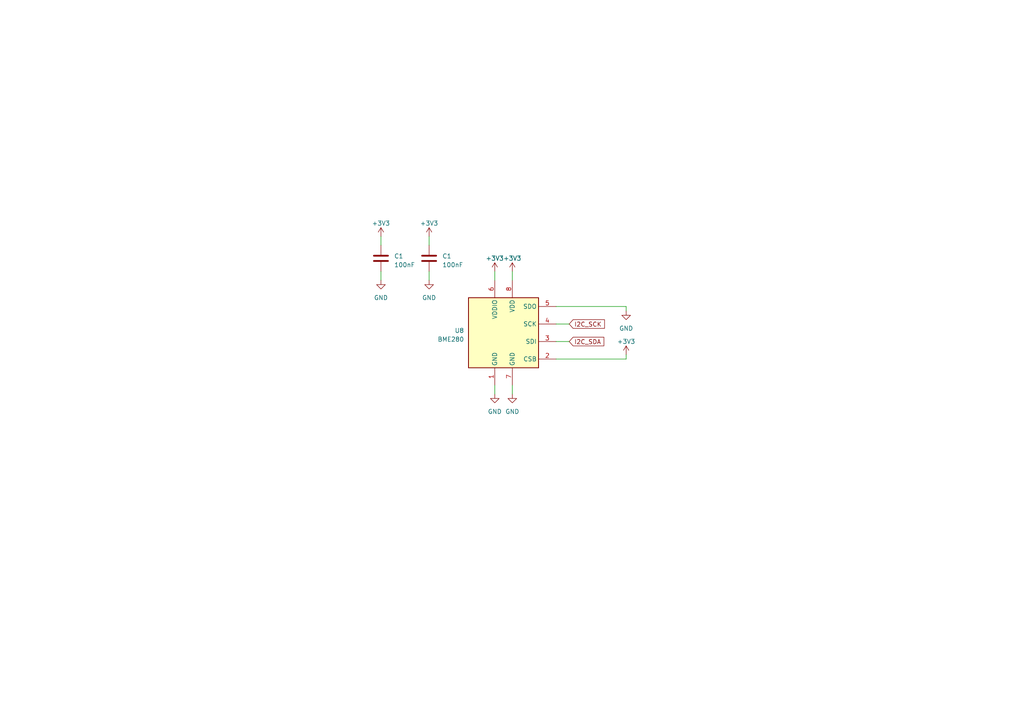
<source format=kicad_sch>
(kicad_sch (version 20230121) (generator eeschema)
  (paper "A4")
  (lib_symbols
    (symbol "Device:C" (pin_numbers hide) (pin_names (offset 0.254))
      (property "Reference" "C" (at 0.635 2.54 0))
      (property "Value" "C" (at 0.635 -2.54 0))
      (symbol "C_0_1"
        (polyline (pts (xy -2.032 -0.762) (xy 2.032 -0.762)) (stroke (width 0.508)))
        (polyline (pts (xy -2.032 0.762) (xy 2.032 0.762)) (stroke (width 0.508)))
      )
      (symbol "C_1_1"
        (pin passive line (at 0 3.81 270) (length 2.794) (name "~") (number "1"))
        (pin passive line (at 0 -3.81 90) (length 2.794) (name "~") (number "2"))
      )
    )
    (symbol "Sensor:BME280"
      (property "Reference" "U" (at -8.89 11.43 0))
      (property "Value" "BME280" (at 7.62 11.43 0))
      (symbol "BME280_0_1"
        (rectangle (start -10.16 10.16) (end 10.16 -10.16) (stroke (width 0.254)) (fill (type background)))
      )
      (symbol "BME280_1_1"
        (pin power_in line (at -2.54 -15.24 90) (length 5.08) (name "GND") (number "1"))
        (pin input line (at 15.24 -7.62 180) (length 5.08) (name "CSB") (number "2"))
        (pin bidirectional line (at 15.24 -2.54 180) (length 5.08) (name "SDI") (number "3"))
        (pin input line (at 15.24 2.54 180) (length 5.08) (name "SCK") (number "4"))
        (pin bidirectional line (at 15.24 7.62 180) (length 5.08) (name "SDO") (number "5"))
        (pin power_in line (at -2.54 15.24 270) (length 5.08) (name "VDDIO") (number "6"))
        (pin power_in line (at 2.54 -15.24 90) (length 5.08) (name "GND") (number "7"))
        (pin power_in line (at 2.54 15.24 270) (length 5.08) (name "VDD") (number "8"))
      )
    )
    (symbol "power:+3V3" (power) (pin_names (offset 0))
      (property "Value" "+3V3" (at 0 3.556 0))
      (symbol "+3V3_0_1"
        (polyline (pts (xy -0.762 1.27) (xy 0 2.54)))
        (polyline (pts (xy 0 0) (xy 0 2.54)))
        (polyline (pts (xy 0 2.54) (xy 0.762 1.27)))
      )
      (symbol "+3V3_1_1"
        (pin power_in line (at 0 0 90) (length 0) hide (name "+3V3") (number "1"))
      )
    )
    (symbol "power:GND" (power) (pin_names (offset 0))
      (property "Value" "GND" (at 0 -3.81 0))
      (symbol "GND_0_1"
        (polyline (pts (xy 0 0) (xy 0 -1.27) (xy 1.27 -1.27) (xy 0 -2.54) (xy -1.27 -1.27) (xy 0 -1.27)))
      )
      (symbol "GND_1_1"
        (pin power_in line (at 0 0 270) (length 0) hide (name "GND") (number "1"))
      )
    )
  )
  (wire (pts (xy 161.29 104.14) (xy 181.61 104.14)))
  (wire (pts (xy 110.49 78.74) (xy 110.49 81.28)))
  (wire (pts (xy 161.29 99.06) (xy 165.1 99.06)))
  (wire (pts (xy 110.49 68.58) (xy 110.49 71.12)))
  (wire (pts (xy 148.59 78.74) (xy 148.59 81.28)))
  (wire (pts (xy 148.59 111.76) (xy 148.59 114.3)))
  (wire (pts (xy 124.46 68.58) (xy 124.46 71.12)))
  (wire (pts (xy 124.46 78.74) (xy 124.46 81.28)))
  (wire (pts (xy 161.29 88.9) (xy 181.61 88.9)))
  (wire (pts (xy 181.61 88.9) (xy 181.61 90.17)))
  (wire (pts (xy 143.51 78.74) (xy 143.51 81.28)))
  (wire (pts (xy 181.61 104.14) (xy 181.61 102.87)))
  (wire (pts (xy 143.51 111.76) (xy 143.51 114.3)))
  (wire (pts (xy 161.29 93.98) (xy 165.1 93.98)))
  (global_label "I2C_SDA" (shape input) (at 165.1 99.06 0) (property "Intersheetrefs" "${INTERSHEET_REFS}" (effects hide)))
  (global_label "I2C_SCK" (shape input) (at 165.1 93.98 0) (property "Intersheetrefs" "${INTERSHEET_REFS}" (effects hide)))
  (symbol (lib_id "power:GND") (at 124.46 81.28 0) (unit 1)
    (property "Reference" "#PWR01" (effects hide))
    (property "Value" "GND" (at 124.46 86.36 0))
    (instances (project "ledian-support-board" (path "" (reference "#PWR01") (unit 1)) (path "" (reference "#PWR01") (unit 1)) (path "" (reference "#PWR029") (unit 1)) (path "" (reference "#PWR048") (unit 1)) (path "" (reference "#PWR041") (unit 1))))
  )
  (symbol (lib_id "power:GND") (at 181.61 90.17 0) (unit 1)
    (property "Reference" "#PWR01" (effects hide))
    (property "Value" "GND" (at 181.61 95.25 0))
    (instances (project "ledian-support-board" (path "" (reference "#PWR01") (unit 1)) (path "" (reference "#PWR01") (unit 1)) (path "" (reference "#PWR029") (unit 1)) (path "" (reference "#PWR042") (unit 1)) (path "" (reference "#PWR049") (unit 1))))
  )
  (symbol (lib_id "power:+3V3") (at 124.46 68.58 0) (unit 1)
    (property "Reference" "#PWR027" (effects hide))
    (property "Value" "+3V3" (at 124.46 64.77 0))
    (instances (project "ledian-support-board" (path "" (reference "#PWR027") (unit 1)) (path "" (reference "#PWR076") (unit 1)) (path "" (reference "#PWR047") (unit 1)) (path "" (reference "#PWR040") (unit 1))))
  )
  (symbol (lib_id "Sensor:BME280") (at 146.05 96.52 0) (unit 1)
    (property "Reference" "U8" (at 134.62 95.885 0) (effects (justify right)))
    (property "Value" "BME280" (at 134.62 98.425 0) (effects (justify right)))
    (property "Footprint" "Package_LGA:Bosch_LGA-8_2.5x2.5mm_P0.65mm_ClockwisePinNumbering" (effects hide))
    (property "Datasheet" "https://www.bosch-sensortec.com/media/boschsensortec/downloads/datasheets/bst-bme280-ds002.pdf" (effects hide))
    (property "LCSC" "C92489" (effects hide))
  )
  (symbol (lib_id "power:+3V3") (at 143.51 78.74 0) (unit 1)
    (property "Reference" "#PWR027" (effects hide))
    (property "Value" "+3V3" (at 143.51 74.93 0))
    (instances (project "ledian-support-board" (path "" (reference "#PWR027") (unit 1)) (path "" (reference "#PWR07") (unit 1)) (path "" (reference "#PWR040") (unit 1)) (path "" (reference "#PWR042") (unit 1))))
  )
  (symbol (lib_id "power:GND") (at 143.51 114.3 0) (unit 1)
    (property "Reference" "#PWR01" (effects hide))
    (property "Value" "GND" (at 143.51 119.38 0))
    (instances (project "ledian-support-board" (path "" (reference "#PWR01") (unit 1)) (path "" (reference "#PWR01") (unit 1)) (path "" (reference "#PWR029") (unit 1)) (path "" (reference "#PWR037") (unit 1)) (path "" (reference "#PWR043") (unit 1))))
  )
  (symbol (lib_id "power:+3V3") (at 110.49 68.58 0) (unit 1)
    (property "Reference" "#PWR027" (effects hide))
    (property "Value" "+3V3" (at 110.49 64.77 0))
    (instances (project "ledian-support-board" (path "" (reference "#PWR027") (unit 1)) (path "" (reference "#PWR076") (unit 1)) (path "" (reference "#PWR049") (unit 1)) (path "" (reference "#PWR037") (unit 1))))
  )
  (symbol (lib_id "power:+3V3") (at 181.61 102.87 0) (unit 1)
    (property "Reference" "#PWR027" (effects hide))
    (property "Value" "+3V3" (at 181.61 99.06 0))
    (instances (project "ledian-support-board" (path "" (reference "#PWR027") (unit 1)) (path "" (reference "#PWR07") (unit 1)) (path "" (reference "#PWR043") (unit 1)) (path "" (reference "#PWR050") (unit 1))))
  )
  (symbol (lib_id "power:GND") (at 148.59 114.3 0) (unit 1)
    (property "Reference" "#PWR01" (effects hide))
    (property "Value" "GND" (at 148.59 119.38 0))
    (instances (project "ledian-support-board" (path "" (reference "#PWR01") (unit 1)) (path "" (reference "#PWR01") (unit 1)) (path "" (reference "#PWR029") (unit 1)) (path "" (reference "#PWR039") (unit 1)) (path "" (reference "#PWR048") (unit 1))))
  )
  (symbol (lib_id "Device:C") (at 110.49 74.93 0) (unit 1)
    (property "Reference" "C1" (at 114.3 74.295 0) (effects (justify left)))
    (property "Value" "100nF" (at 114.3 76.835 0) (effects (justify left)))
    (property "Footprint" "Capacitor_SMD:C_0805_2012Metric" (effects hide))
    (property "LCSC" "C599848" (effects hide))
    (instances (project "ledian-support-board" (path "" (reference "C1") (unit 1)) (path "" (reference "C9") (unit 1)) (path "" (reference "C38") (unit 1)) (path "" (reference "C37") (unit 1))))
  )
  (symbol (lib_id "power:+3V3") (at 148.59 78.74 0) (unit 1)
    (property "Reference" "#PWR027" (effects hide))
    (property "Value" "+3V3" (at 148.59 74.93 0))
    (instances (project "ledian-support-board" (path "" (reference "#PWR027") (unit 1)) (path "" (reference "#PWR07") (unit 1)) (path "" (reference "#PWR041") (unit 1)) (path "" (reference "#PWR047") (unit 1))))
  )
  (symbol (lib_id "power:GND") (at 110.49 81.28 0) (unit 1)
    (property "Reference" "#PWR01" (effects hide))
    (property "Value" "GND" (at 110.49 86.36 0))
    (instances (project "ledian-support-board" (path "" (reference "#PWR01") (unit 1)) (path "" (reference "#PWR01") (unit 1)) (path "" (reference "#PWR029") (unit 1)) (path "" (reference "#PWR050") (unit 1)) (path "" (reference "#PWR039") (unit 1))))
  )
  (symbol (lib_id "Device:C") (at 124.46 74.93 0) (unit 1)
    (property "Reference" "C1" (at 128.27 74.295 0) (effects (justify left)))
    (property "Value" "100nF" (at 128.27 76.835 0) (effects (justify left)))
    (property "Footprint" "Capacitor_SMD:C_0805_2012Metric" (effects hide))
    (property "LCSC" "C599848" (effects hide))
    (instances (project "ledian-support-board" (path "" (reference "C1") (unit 1)) (path "" (reference "C9") (unit 1)) (path "" (reference "C37") (unit 1)) (path "" (reference "C38") (unit 1))))
  )
)
</source>
